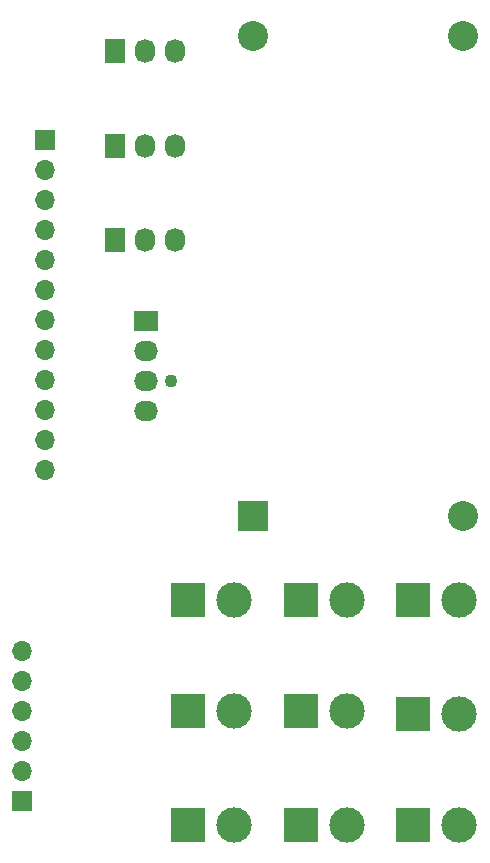
<source format=gbr>
%TF.GenerationSoftware,KiCad,Pcbnew,8.0.5*%
%TF.CreationDate,2025-07-12T19:06:12-04:00*%
%TF.ProjectId,Car,4361722e-6b69-4636-9164-5f7063625858,rev?*%
%TF.SameCoordinates,Original*%
%TF.FileFunction,Soldermask,Top*%
%TF.FilePolarity,Negative*%
%FSLAX46Y46*%
G04 Gerber Fmt 4.6, Leading zero omitted, Abs format (unit mm)*
G04 Created by KiCad (PCBNEW 8.0.5) date 2025-07-12 19:06:12*
%MOMM*%
%LPD*%
G01*
G04 APERTURE LIST*
%ADD10R,1.730000X2.030000*%
%ADD11O,1.730000X2.030000*%
%ADD12R,1.700000X1.700000*%
%ADD13O,1.700000X1.700000*%
%ADD14O,2.030000X1.730000*%
%ADD15R,2.030000X1.730000*%
%ADD16C,1.100000*%
%ADD17R,3.000000X3.000000*%
%ADD18C,3.000000*%
%ADD19R,2.540000X2.540000*%
%ADD20C,2.540000*%
G04 APERTURE END LIST*
D10*
%TO.C,J12*%
X24690000Y-134774327D03*
D11*
X27230000Y-134774327D03*
X29770000Y-134774327D03*
%TD*%
D10*
%TO.C,J11*%
X24690000Y-142774327D03*
D11*
X27230000Y-142774327D03*
X29770000Y-142774327D03*
%TD*%
D12*
%TO.C,J10*%
X18770000Y-134274327D03*
D13*
X18770000Y-136814327D03*
X18770000Y-139354327D03*
X18770000Y-141894327D03*
X18770000Y-144434327D03*
X18770000Y-146974327D03*
X18770000Y-149514327D03*
X18770000Y-152054327D03*
X18770000Y-154594327D03*
X18770000Y-157134327D03*
X18770000Y-159674327D03*
X18770000Y-162214327D03*
%TD*%
D12*
%TO.C,J9*%
X16770000Y-190274327D03*
D13*
X16770000Y-187734327D03*
X16770000Y-185194327D03*
X16770000Y-182654327D03*
X16770000Y-180114327D03*
X16770000Y-177574327D03*
%TD*%
D14*
%TO.C,J8*%
X27270000Y-157274327D03*
X27270000Y-154734327D03*
X27270000Y-152194327D03*
D15*
X27270000Y-149654327D03*
D16*
X29430000Y-154734327D03*
%TD*%
D17*
%TO.C,J11*%
X30890000Y-192274327D03*
D18*
X34770000Y-192274327D03*
%TD*%
D17*
%TO.C,J10*%
X30890000Y-182624327D03*
D18*
X34770000Y-182624327D03*
%TD*%
D17*
%TO.C,J9*%
X30890000Y-173274327D03*
D18*
X34770000Y-173274327D03*
%TD*%
D17*
%TO.C,J6*%
X49890000Y-192274327D03*
D18*
X53770000Y-192274327D03*
%TD*%
D17*
%TO.C,J5*%
X40390000Y-192274327D03*
D18*
X44270000Y-192274327D03*
%TD*%
D17*
%TO.C,J4*%
X40390000Y-182624327D03*
D18*
X44270000Y-182624327D03*
%TD*%
D17*
%TO.C,J3*%
X40390000Y-173274327D03*
D18*
X44270000Y-173274327D03*
%TD*%
D17*
%TO.C,J2*%
X49890000Y-182924327D03*
D18*
X53770000Y-182924327D03*
%TD*%
D17*
%TO.C,J1*%
X49890000Y-173274327D03*
D18*
X53770000Y-173274327D03*
%TD*%
D19*
%TO.C,U3*%
X36380000Y-166094327D03*
D20*
X54160000Y-166094327D03*
X36380000Y-125454327D03*
X54160000Y-125454327D03*
%TD*%
D10*
%TO.C,J7*%
X24690000Y-126774327D03*
D11*
X27230000Y-126774327D03*
X29770000Y-126774327D03*
%TD*%
M02*

</source>
